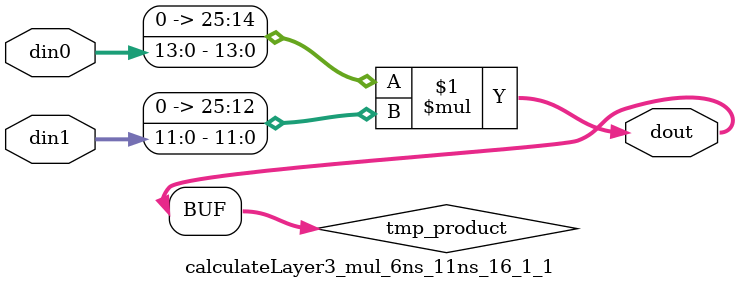
<source format=v>

`timescale 1 ns / 1 ps

  module calculateLayer3_mul_6ns_11ns_16_1_1(din0, din1, dout);
parameter ID = 1;
parameter NUM_STAGE = 0;
parameter din0_WIDTH = 14;
parameter din1_WIDTH = 12;
parameter dout_WIDTH = 26;

input [din0_WIDTH - 1 : 0] din0; 
input [din1_WIDTH - 1 : 0] din1; 
output [dout_WIDTH - 1 : 0] dout;

wire signed [dout_WIDTH - 1 : 0] tmp_product;










assign tmp_product = $signed({1'b0, din0}) * $signed({1'b0, din1});











assign dout = tmp_product;







endmodule

</source>
